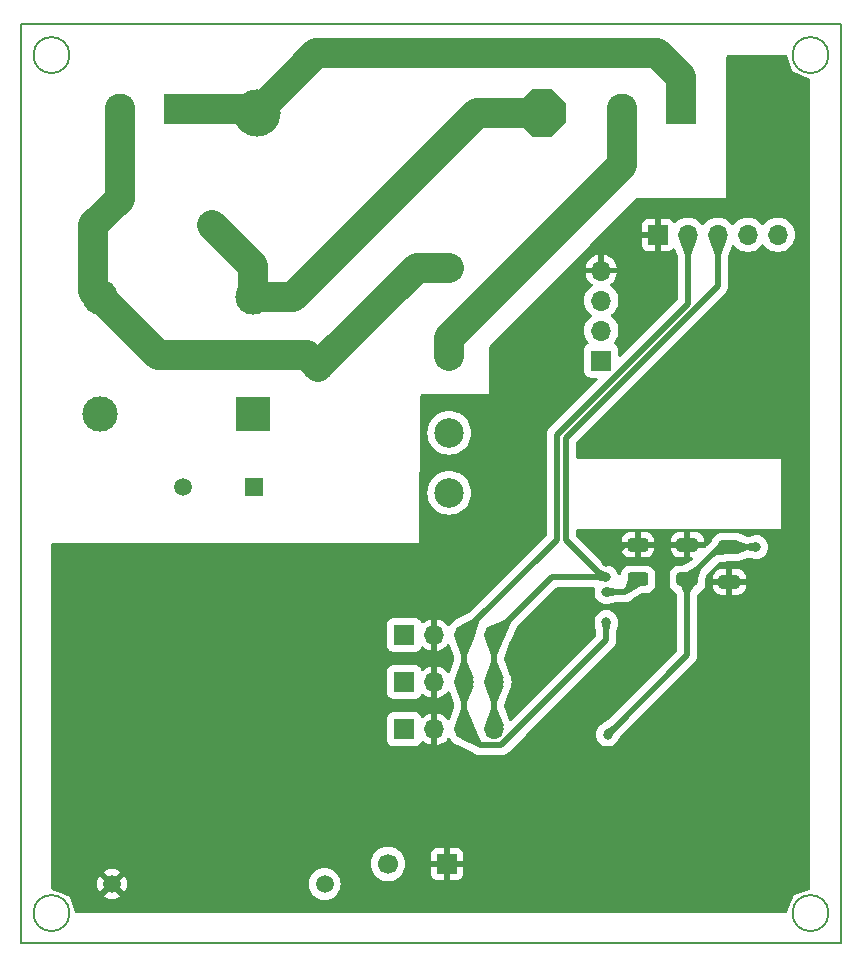
<source format=gbl>
%TF.GenerationSoftware,KiCad,Pcbnew,7.0.2-6a45011f42~172~ubuntu22.10.1*%
%TF.CreationDate,2023-08-16T11:39:27+05:00*%
%TF.ProjectId,IOTV,494f5456-2e6b-4696-9361-645f70636258,3*%
%TF.SameCoordinates,Original*%
%TF.FileFunction,Copper,L2,Bot*%
%TF.FilePolarity,Positive*%
%FSLAX46Y46*%
G04 Gerber Fmt 4.6, Leading zero omitted, Abs format (unit mm)*
G04 Created by KiCad (PCBNEW 7.0.2-6a45011f42~172~ubuntu22.10.1) date 2023-08-16 11:39:27*
%MOMM*%
%LPD*%
G01*
G04 APERTURE LIST*
G04 Aperture macros list*
%AMRoundRect*
0 Rectangle with rounded corners*
0 $1 Rounding radius*
0 $2 $3 $4 $5 $6 $7 $8 $9 X,Y pos of 4 corners*
0 Add a 4 corners polygon primitive as box body*
4,1,4,$2,$3,$4,$5,$6,$7,$8,$9,$2,$3,0*
0 Add four circle primitives for the rounded corners*
1,1,$1+$1,$2,$3*
1,1,$1+$1,$4,$5*
1,1,$1+$1,$6,$7*
1,1,$1+$1,$8,$9*
0 Add four rect primitives between the rounded corners*
20,1,$1+$1,$2,$3,$4,$5,0*
20,1,$1+$1,$4,$5,$6,$7,0*
20,1,$1+$1,$6,$7,$8,$9,0*
20,1,$1+$1,$8,$9,$2,$3,0*%
%AMFreePoly0*
4,1,18,0.843072,1.985355,1.985355,0.843072,2.000000,0.807717,2.000000,-0.807717,1.985355,-0.843072,0.843072,-1.985355,0.807717,-2.000000,0.000000,-2.000000,-0.807717,-2.000000,-0.843072,-1.985354,-1.985355,-0.843072,-2.000000,-0.807717,-2.000000,0.807717,-1.985354,0.843072,-0.843072,1.985355,-0.807717,2.000000,0.807717,2.000000,0.843072,1.985355,0.843072,1.985355,$1*%
G04 Aperture macros list end*
%TA.AperFunction,ComponentPad*%
%ADD10C,2.000000*%
%TD*%
%TA.AperFunction,ComponentPad*%
%ADD11R,1.700000X1.700000*%
%TD*%
%TA.AperFunction,ComponentPad*%
%ADD12O,1.700000X1.700000*%
%TD*%
%TA.AperFunction,ComponentPad*%
%ADD13C,2.500000*%
%TD*%
%TA.AperFunction,ComponentPad*%
%ADD14C,4.000000*%
%TD*%
%TA.AperFunction,ComponentPad*%
%ADD15FreePoly0,0.000000*%
%TD*%
%TA.AperFunction,ComponentPad*%
%ADD16R,1.500000X1.500000*%
%TD*%
%TA.AperFunction,ComponentPad*%
%ADD17C,1.500000*%
%TD*%
%TA.AperFunction,ComponentPad*%
%ADD18R,2.600000X2.600000*%
%TD*%
%TA.AperFunction,ComponentPad*%
%ADD19C,2.600000*%
%TD*%
%TA.AperFunction,ComponentPad*%
%ADD20C,1.700000*%
%TD*%
%TA.AperFunction,ComponentPad*%
%ADD21R,3.000000X3.000000*%
%TD*%
%TA.AperFunction,ComponentPad*%
%ADD22C,3.000000*%
%TD*%
%TA.AperFunction,SMDPad,CuDef*%
%ADD23RoundRect,0.250000X0.650000X-0.325000X0.650000X0.325000X-0.650000X0.325000X-0.650000X-0.325000X0*%
%TD*%
%TA.AperFunction,SMDPad,CuDef*%
%ADD24RoundRect,0.250000X-0.625000X0.312500X-0.625000X-0.312500X0.625000X-0.312500X0.625000X0.312500X0*%
%TD*%
%TA.AperFunction,SMDPad,CuDef*%
%ADD25RoundRect,0.250000X-0.650000X0.325000X-0.650000X-0.325000X0.650000X-0.325000X0.650000X0.325000X0*%
%TD*%
%TA.AperFunction,ViaPad*%
%ADD26C,0.800000*%
%TD*%
%TA.AperFunction,Conductor*%
%ADD27C,0.500000*%
%TD*%
%TA.AperFunction,Conductor*%
%ADD28C,2.500000*%
%TD*%
%TA.AperFunction,Profile*%
%ADD29C,0.150000*%
%TD*%
G04 APERTURE END LIST*
D10*
%TO.P,C5,1*%
%TO.N,~220*%
X117694000Y-67998000D03*
%TO.P,C5,2*%
%TO.N,SSD-1*%
X107694000Y-67998000D03*
%TD*%
D11*
%TO.P,J8,1,Pin_1*%
%TO.N,GND*%
X150693000Y-79454000D03*
D12*
%TO.P,J8,2,Pin_2*%
%TO.N,U0TX*%
X150693000Y-76914000D03*
%TO.P,J8,3,Pin_3*%
%TO.N,U0RX*%
X150693000Y-74374000D03*
%TO.P,J8,4,Pin_4*%
%TO.N,+3.3V*%
X150693000Y-71834000D03*
%TD*%
D11*
%TO.P,J3,1,Pin_1*%
%TO.N,GND*%
X134025000Y-102680000D03*
D12*
%TO.P,J3,2,Pin_2*%
%TO.N,+3.3V*%
X136565000Y-102680000D03*
%TO.P,J3,3,Pin_3*%
%TO.N,SDA*%
X139105000Y-102680000D03*
%TO.P,J3,4,Pin_4*%
%TO.N,SCL*%
X141645000Y-102680000D03*
%TD*%
D13*
%TO.P,U2,11*%
%TO.N,SSD-1*%
X137820400Y-71602600D03*
%TO.P,U2,14*%
%TO.N,SSD-2*%
X137820400Y-79095600D03*
%TO.P,U2,A1*%
%TO.N,GPIO34*%
X137820400Y-85572600D03*
%TO.P,U2,A2*%
%TO.N,GND*%
X137820400Y-90652600D03*
%TD*%
D11*
%TO.P,J5,1,Pin_1*%
%TO.N,GND*%
X134025000Y-110680000D03*
D12*
%TO.P,J5,2,Pin_2*%
%TO.N,+3.3V*%
X136565000Y-110680000D03*
%TO.P,J5,3,Pin_3*%
%TO.N,SDA*%
X139105000Y-110680000D03*
%TO.P,J5,4,Pin_4*%
%TO.N,SCL*%
X141645000Y-110680000D03*
%TD*%
D14*
%TO.P,F1,1*%
%TO.N,Net-(J1-Pin_1)*%
X121506000Y-58513000D03*
D15*
%TO.P,F1,2*%
%TO.N,~220*%
X145636000Y-58513000D03*
%TD*%
D16*
%TO.P,PS1,1,AC1*%
%TO.N,Net-(PS1-AC1)*%
X121265200Y-90170000D03*
D17*
%TO.P,PS1,2,AC2*%
%TO.N,Net-(PS1-AC2)*%
X115265200Y-90170000D03*
%TO.P,PS1,3,-VO*%
%TO.N,GND*%
X127265200Y-123770000D03*
%TO.P,PS1,4,+VO*%
%TO.N,+3.3V*%
X109265200Y-123770000D03*
%TD*%
D18*
%TO.P,J1,1,Pin_1*%
%TO.N,Net-(J1-Pin_1)*%
X114944000Y-58193000D03*
D19*
%TO.P,J1,2,Pin_2*%
%TO.N,SSD-1*%
X109944000Y-58193000D03*
%TD*%
D11*
%TO.P,J4,1,Pin_1*%
%TO.N,GND*%
X134025000Y-106680000D03*
D12*
%TO.P,J4,2,Pin_2*%
%TO.N,+3.3V*%
X136565000Y-106680000D03*
%TO.P,J4,3,Pin_3*%
%TO.N,SDA*%
X139105000Y-106680000D03*
%TO.P,J4,4,Pin_4*%
%TO.N,SCL*%
X141645000Y-106680000D03*
%TD*%
D11*
%TO.P,C6,1*%
%TO.N,+3.3V*%
X137639800Y-122072400D03*
D20*
%TO.P,C6,2*%
%TO.N,GND*%
X132639800Y-122072400D03*
%TD*%
D21*
%TO.P,FL1,1,1*%
%TO.N,Net-(PS1-AC1)*%
X121171000Y-83982750D03*
D22*
%TO.P,FL1,2,2*%
%TO.N,~220*%
X121171000Y-74076750D03*
%TO.P,FL1,3,3*%
%TO.N,SSD-1*%
X108217000Y-74076750D03*
%TO.P,FL1,4,4*%
%TO.N,Net-(PS1-AC2)*%
X108217000Y-83982750D03*
%TD*%
D18*
%TO.P,J2,1,Pin_1*%
%TO.N,Net-(J1-Pin_1)*%
X157444000Y-58193000D03*
D19*
%TO.P,J2,2,Pin_2*%
%TO.N,SSD-2*%
X152444000Y-58193000D03*
%TD*%
D11*
%TO.P,J6,1,Pin_1*%
%TO.N,+3.3V*%
X155480000Y-68810000D03*
D12*
%TO.P,J6,2,Pin_2*%
%TO.N,SDA*%
X158020000Y-68810000D03*
%TO.P,J6,3,Pin_3*%
%TO.N,SCL*%
X160560000Y-68810000D03*
%TO.P,J6,4,Pin_4*%
%TO.N,unconnected-(J6-Pin_4-Pad4)*%
X163100000Y-68810000D03*
%TO.P,J6,5,Pin_5*%
%TO.N,GND*%
X165640000Y-68810000D03*
%TD*%
D10*
%TO.P,RVe1,1*%
%TO.N,~220*%
X128694000Y-69998000D03*
%TO.P,RVe1,2*%
%TO.N,SSD-1*%
X126744000Y-79998000D03*
%TD*%
D23*
%TO.P,C1,1*%
%TO.N,+3.3V*%
X161544000Y-98200000D03*
%TO.P,C1,2*%
%TO.N,GND*%
X161544000Y-95250000D03*
%TD*%
D24*
%TO.P,R1,1*%
%TO.N,+3.3V*%
X153797000Y-95057500D03*
%TO.P,R1,2*%
%TO.N,EN*%
X153797000Y-97982500D03*
%TD*%
D25*
%TO.P,C2,1*%
%TO.N,+3.3V*%
X157988000Y-95045000D03*
%TO.P,C2,2*%
%TO.N,GND*%
X157988000Y-97995000D03*
%TD*%
D26*
%TO.N,GND*%
X163830000Y-95250000D03*
X151231600Y-111125000D03*
%TO.N,+3.3V*%
X151130000Y-96520000D03*
%TO.N,EN*%
X151130000Y-99060000D03*
%TO.N,SDA*%
X151130000Y-101600000D03*
%TO.N,SCL*%
X151130000Y-97790000D03*
%TD*%
D27*
%TO.N,GND*%
X157988000Y-104368600D02*
X151231600Y-111125000D01*
X161544000Y-95250000D02*
X163830000Y-95250000D01*
X161544000Y-95250000D02*
X160733000Y-95250000D01*
X160733000Y-95250000D02*
X157988000Y-97995000D01*
X157988000Y-97995000D02*
X157988000Y-104368600D01*
%TO.N,+3.3V*%
X153797000Y-95057500D02*
X152592500Y-95057500D01*
X152592500Y-95057500D02*
X151130000Y-96520000D01*
D28*
%TO.N,~220*%
X121171000Y-74076750D02*
X121171000Y-71475000D01*
X124615250Y-74076750D02*
X128694000Y-69998000D01*
X140179000Y-58513000D02*
X128694000Y-69998000D01*
X145636000Y-58513000D02*
X140179000Y-58513000D01*
X121171000Y-74076750D02*
X124615250Y-74076750D01*
X121171000Y-71475000D02*
X117694000Y-67998000D01*
D27*
%TO.N,EN*%
X152719500Y-99060000D02*
X151130000Y-99060000D01*
X153797000Y-97982500D02*
X152719500Y-99060000D01*
%TO.N,SDA*%
X139105000Y-110680000D02*
X139105000Y-106680000D01*
X158020000Y-74644000D02*
X158020000Y-68810000D01*
X139105000Y-102680000D02*
X139105000Y-102449000D01*
X142204189Y-112030000D02*
X140455000Y-112030000D01*
X146945000Y-94609000D02*
X146945000Y-85719000D01*
X146945000Y-85719000D02*
X158020000Y-74644000D01*
X151130000Y-101600000D02*
X151130000Y-103104189D01*
X140455000Y-112030000D02*
X139105000Y-110680000D01*
X151130000Y-103104189D02*
X142204189Y-112030000D01*
X139105000Y-102680000D02*
X139105000Y-106680000D01*
X139105000Y-102449000D02*
X146945000Y-94609000D01*
%TO.N,SCL*%
X151130000Y-97790000D02*
X146535000Y-97790000D01*
X141645000Y-110680000D02*
X141645000Y-106680000D01*
X151130000Y-97790000D02*
X150876000Y-97790000D01*
X146535000Y-97790000D02*
X141645000Y-102680000D01*
X150876000Y-97790000D02*
X147695000Y-94609000D01*
X141645000Y-106680000D02*
X141645000Y-102680000D01*
X160560000Y-73164660D02*
X160560000Y-68810000D01*
X147695000Y-86029660D02*
X160560000Y-73164660D01*
X147695000Y-94609000D02*
X147695000Y-86029660D01*
D28*
%TO.N,SSD-1*%
X107694000Y-73553750D02*
X108217000Y-74076750D01*
X109944000Y-58193000D02*
X109944000Y-65748000D01*
X126744000Y-79910400D02*
X135051800Y-71602600D01*
X125744000Y-78998000D02*
X113138250Y-78998000D01*
X126744000Y-79998000D02*
X125744000Y-78998000D01*
X126744000Y-79998000D02*
X126744000Y-79910400D01*
X113138250Y-78998000D02*
X108217000Y-74076750D01*
X107694000Y-67998000D02*
X107694000Y-73553750D01*
X109944000Y-65748000D02*
X107694000Y-67998000D01*
X135051800Y-71602600D02*
X137820400Y-71602600D01*
%TO.N,Net-(J1-Pin_1)*%
X126577000Y-53441600D02*
X121506000Y-58513000D01*
X121186000Y-58193000D02*
X121506000Y-58513000D01*
X157444000Y-55463000D02*
X155423000Y-53441600D01*
X114944000Y-58193000D02*
X121186000Y-58193000D01*
X155423000Y-53441600D02*
X126577000Y-53441600D01*
X157444000Y-58193000D02*
X157444000Y-55463000D01*
%TO.N,SSD-2*%
X137820400Y-79095600D02*
X137820400Y-77520800D01*
X152444000Y-62897200D02*
X152444000Y-58193000D01*
X137820400Y-77520800D02*
X152444000Y-62897200D01*
%TD*%
%TA.AperFunction,Conductor*%
%TO.N,+3.3V*%
G36*
X166313910Y-53597869D02*
G01*
X166380947Y-53617558D01*
X166426699Y-53670365D01*
X166430973Y-53681002D01*
X166654173Y-54320400D01*
X166841276Y-54856394D01*
X166874482Y-54951517D01*
X166874482Y-54951518D01*
X168328335Y-55597280D01*
X168381612Y-55642483D01*
X168401993Y-55709314D01*
X168402000Y-55710604D01*
X168402000Y-124159947D01*
X168382315Y-124226986D01*
X168329511Y-124272741D01*
X168318867Y-124277019D01*
X167048482Y-124720482D01*
X167048481Y-124720482D01*
X166402720Y-126174335D01*
X166357517Y-126227612D01*
X166290686Y-126247993D01*
X166289396Y-126248000D01*
X106230824Y-126248000D01*
X106163785Y-126228315D01*
X106118030Y-126175511D01*
X106113752Y-126164867D01*
X105671518Y-124898000D01*
X105093817Y-124641401D01*
X104213664Y-124250460D01*
X104160387Y-124205257D01*
X104140007Y-124138426D01*
X104140000Y-124137136D01*
X104140000Y-123770000D01*
X108010424Y-123770000D01*
X108029487Y-123987886D01*
X108086098Y-124199161D01*
X108178531Y-124397386D01*
X108222073Y-124459571D01*
X108222075Y-124459572D01*
X108782123Y-123899523D01*
X108805707Y-123979844D01*
X108883439Y-124100798D01*
X108992100Y-124194952D01*
X109122885Y-124254680D01*
X109132666Y-124256086D01*
X108575626Y-124813124D01*
X108575627Y-124813125D01*
X108637810Y-124856666D01*
X108836040Y-124949102D01*
X109047313Y-125005712D01*
X109265200Y-125024775D01*
X109483086Y-125005712D01*
X109694359Y-124949102D01*
X109892585Y-124856667D01*
X109954772Y-124813124D01*
X109397734Y-124256086D01*
X109407515Y-124254680D01*
X109538300Y-124194952D01*
X109646961Y-124100798D01*
X109724693Y-123979844D01*
X109748276Y-123899524D01*
X110308324Y-124459572D01*
X110351867Y-124397385D01*
X110444302Y-124199159D01*
X110500912Y-123987886D01*
X110519975Y-123770000D01*
X110519975Y-123769999D01*
X125909540Y-123769999D01*
X125930136Y-124005407D01*
X125971545Y-124159947D01*
X125991297Y-124233663D01*
X126091165Y-124447830D01*
X126226705Y-124641401D01*
X126393799Y-124808495D01*
X126587370Y-124944035D01*
X126801537Y-125043903D01*
X127029792Y-125105063D01*
X127265200Y-125125659D01*
X127500608Y-125105063D01*
X127728863Y-125043903D01*
X127943030Y-124944035D01*
X128136601Y-124808495D01*
X128303695Y-124641401D01*
X128439235Y-124447830D01*
X128539103Y-124233663D01*
X128600263Y-124005408D01*
X128620859Y-123770000D01*
X128600263Y-123534592D01*
X128539103Y-123306337D01*
X128439235Y-123092171D01*
X128303695Y-122898599D01*
X128136601Y-122731505D01*
X127943030Y-122595965D01*
X127728863Y-122496097D01*
X127667702Y-122479709D01*
X127500607Y-122434936D01*
X127265199Y-122414340D01*
X127029792Y-122434936D01*
X126801536Y-122496097D01*
X126587370Y-122595965D01*
X126393798Y-122731505D01*
X126226705Y-122898598D01*
X126091165Y-123092170D01*
X125991297Y-123306336D01*
X125930136Y-123534592D01*
X125909540Y-123769999D01*
X110519975Y-123769999D01*
X110500912Y-123552113D01*
X110444302Y-123340840D01*
X110351867Y-123142615D01*
X110308323Y-123080428D01*
X109748276Y-123640475D01*
X109724693Y-123560156D01*
X109646961Y-123439202D01*
X109538300Y-123345048D01*
X109407515Y-123285320D01*
X109397734Y-123283913D01*
X109954772Y-122726875D01*
X109954771Y-122726873D01*
X109892586Y-122683331D01*
X109694361Y-122590898D01*
X109483086Y-122534287D01*
X109265200Y-122515224D01*
X109047313Y-122534287D01*
X108836040Y-122590897D01*
X108637811Y-122683333D01*
X108575628Y-122726874D01*
X108575627Y-122726875D01*
X109132666Y-123283913D01*
X109122885Y-123285320D01*
X108992100Y-123345048D01*
X108883439Y-123439202D01*
X108805707Y-123560156D01*
X108782123Y-123640475D01*
X108222075Y-123080427D01*
X108222074Y-123080428D01*
X108178533Y-123142611D01*
X108086097Y-123340840D01*
X108029487Y-123552113D01*
X108010424Y-123770000D01*
X104140000Y-123770000D01*
X104140000Y-122072399D01*
X131184328Y-122072399D01*
X131204179Y-122311958D01*
X131204179Y-122311961D01*
X131204180Y-122311963D01*
X131263190Y-122544991D01*
X131359751Y-122765128D01*
X131491229Y-122966369D01*
X131654036Y-123143225D01*
X131654039Y-123143227D01*
X131843727Y-123290868D01*
X131843729Y-123290869D01*
X131843733Y-123290872D01*
X132055144Y-123405282D01*
X132282503Y-123483334D01*
X132519608Y-123522900D01*
X132519609Y-123522900D01*
X132759991Y-123522900D01*
X132759992Y-123522900D01*
X132997097Y-123483334D01*
X133224456Y-123405282D01*
X133435867Y-123290872D01*
X133625564Y-123143225D01*
X133787866Y-122966918D01*
X136289800Y-122966918D01*
X136290154Y-122973532D01*
X136296200Y-123029771D01*
X136346447Y-123164489D01*
X136432611Y-123279588D01*
X136547710Y-123365752D01*
X136682428Y-123415999D01*
X136738667Y-123422045D01*
X136745282Y-123422400D01*
X137389800Y-123422400D01*
X137389800Y-122507901D01*
X137497485Y-122557080D01*
X137604037Y-122572400D01*
X137675563Y-122572400D01*
X137782115Y-122557080D01*
X137889800Y-122507901D01*
X137889800Y-123422400D01*
X138534318Y-123422400D01*
X138540932Y-123422045D01*
X138597171Y-123415999D01*
X138731889Y-123365752D01*
X138846988Y-123279588D01*
X138933152Y-123164489D01*
X138983399Y-123029771D01*
X138989445Y-122973532D01*
X138989800Y-122966918D01*
X138989800Y-122322400D01*
X138073486Y-122322400D01*
X138099293Y-122282244D01*
X138139800Y-122144289D01*
X138139800Y-122000511D01*
X138099293Y-121862556D01*
X138073486Y-121822400D01*
X138989800Y-121822400D01*
X138989800Y-121177881D01*
X138989445Y-121171267D01*
X138983399Y-121115028D01*
X138933152Y-120980310D01*
X138846988Y-120865211D01*
X138731889Y-120779047D01*
X138597171Y-120728800D01*
X138540932Y-120722754D01*
X138534318Y-120722400D01*
X137889800Y-120722400D01*
X137889800Y-121636898D01*
X137782115Y-121587720D01*
X137675563Y-121572400D01*
X137604037Y-121572400D01*
X137497485Y-121587720D01*
X137389800Y-121636898D01*
X137389800Y-120722400D01*
X136745282Y-120722400D01*
X136738667Y-120722754D01*
X136682428Y-120728800D01*
X136547710Y-120779047D01*
X136432611Y-120865211D01*
X136346447Y-120980310D01*
X136296200Y-121115028D01*
X136290154Y-121171267D01*
X136289800Y-121177881D01*
X136289800Y-121822400D01*
X137206114Y-121822400D01*
X137180307Y-121862556D01*
X137139800Y-122000511D01*
X137139800Y-122144289D01*
X137180307Y-122282244D01*
X137206114Y-122322400D01*
X136289800Y-122322400D01*
X136289800Y-122966918D01*
X133787866Y-122966918D01*
X133788371Y-122966369D01*
X133919849Y-122765128D01*
X134016410Y-122544991D01*
X134075420Y-122311963D01*
X134095271Y-122072400D01*
X134075420Y-121832837D01*
X134016410Y-121599809D01*
X133919849Y-121379672D01*
X133788371Y-121178431D01*
X133625564Y-121001575D01*
X133598243Y-120980310D01*
X133435872Y-120853931D01*
X133435868Y-120853928D01*
X133435867Y-120853928D01*
X133224456Y-120739518D01*
X133224455Y-120739517D01*
X133224452Y-120739516D01*
X132997099Y-120661466D01*
X132839027Y-120635088D01*
X132759992Y-120621900D01*
X132519608Y-120621900D01*
X132460331Y-120631791D01*
X132282500Y-120661466D01*
X132055147Y-120739516D01*
X131843727Y-120853931D01*
X131654039Y-121001572D01*
X131654036Y-121001574D01*
X131654036Y-121001575D01*
X131491229Y-121178431D01*
X131359751Y-121379672D01*
X131263190Y-121599809D01*
X131227284Y-121741602D01*
X131204179Y-121832841D01*
X131184328Y-122072399D01*
X104140000Y-122072399D01*
X104140000Y-111565320D01*
X132574500Y-111565320D01*
X132574501Y-111569360D01*
X132575029Y-111573373D01*
X132575030Y-111573384D01*
X132589955Y-111686760D01*
X132650464Y-111832841D01*
X132746717Y-111958282D01*
X132825623Y-112018828D01*
X132872159Y-112054536D01*
X133018238Y-112115044D01*
X133135639Y-112130500D01*
X134914360Y-112130499D01*
X135031762Y-112115044D01*
X135177841Y-112054536D01*
X135303282Y-111958282D01*
X135399536Y-111832841D01*
X135448346Y-111715002D01*
X135492185Y-111660600D01*
X135558479Y-111638535D01*
X135626179Y-111655814D01*
X135650587Y-111674775D01*
X135693918Y-111718106D01*
X135887423Y-111853600D01*
X136101509Y-111953430D01*
X136315000Y-112010634D01*
X136315000Y-111115501D01*
X136422685Y-111164680D01*
X136529237Y-111180000D01*
X136600763Y-111180000D01*
X136707315Y-111164680D01*
X136815000Y-111115501D01*
X136815000Y-112010633D01*
X137028490Y-111953430D01*
X137242576Y-111853600D01*
X137436081Y-111718106D01*
X137603109Y-111551078D01*
X137673018Y-111451238D01*
X137727595Y-111407613D01*
X137797093Y-111400419D01*
X137859448Y-111431942D01*
X137878397Y-111454534D01*
X137956429Y-111573969D01*
X138119236Y-111750825D01*
X138119239Y-111750827D01*
X138308927Y-111898468D01*
X138308929Y-111898469D01*
X138308933Y-111898472D01*
X138520344Y-112012882D01*
X138526270Y-112014916D01*
X138543159Y-112022159D01*
X138546574Y-112024229D01*
X138550292Y-112025863D01*
X138550294Y-112025864D01*
X138744065Y-112111023D01*
X139773862Y-112563601D01*
X139811652Y-112589441D01*
X139825598Y-112603387D01*
X139832424Y-112610791D01*
X139866663Y-112651100D01*
X139910681Y-112684561D01*
X139929773Y-112699075D01*
X139932418Y-112701143D01*
X139994336Y-112750914D01*
X140013821Y-112763000D01*
X140013933Y-112763051D01*
X140013936Y-112763054D01*
X140085943Y-112796368D01*
X140088942Y-112797805D01*
X140160095Y-112833094D01*
X140181714Y-112840705D01*
X140181829Y-112840730D01*
X140181833Y-112840732D01*
X140259291Y-112857781D01*
X140262554Y-112858546D01*
X140339613Y-112877711D01*
X140362385Y-112880500D01*
X140362503Y-112880500D01*
X140441773Y-112880500D01*
X140445130Y-112880545D01*
X140524432Y-112882693D01*
X140524433Y-112882692D01*
X140524551Y-112882696D01*
X140547650Y-112880500D01*
X142164583Y-112880500D01*
X142174646Y-112880909D01*
X142178313Y-112881207D01*
X142227356Y-112885201D01*
X142305937Y-112874493D01*
X142309263Y-112874086D01*
X142341772Y-112870551D01*
X142388220Y-112865501D01*
X142410540Y-112860269D01*
X142410652Y-112860227D01*
X142410657Y-112860227D01*
X142485172Y-112832851D01*
X142488222Y-112831777D01*
X142563410Y-112806444D01*
X142563413Y-112806441D01*
X142563529Y-112806403D01*
X142584209Y-112796492D01*
X142584299Y-112796433D01*
X142584305Y-112796432D01*
X142651193Y-112753677D01*
X142653931Y-112751978D01*
X142721925Y-112711070D01*
X142721924Y-112711070D01*
X142722025Y-112711010D01*
X142740088Y-112696889D01*
X142740175Y-112696801D01*
X142740178Y-112696800D01*
X142796280Y-112640696D01*
X142798611Y-112638427D01*
X142856230Y-112583849D01*
X142856231Y-112583847D01*
X142856316Y-112583767D01*
X142871094Y-112565882D01*
X144311976Y-111125000D01*
X150226259Y-111125000D01*
X150245576Y-111321133D01*
X150302785Y-111509726D01*
X150334661Y-111569361D01*
X150395690Y-111683538D01*
X150520717Y-111835883D01*
X150673062Y-111960910D01*
X150846873Y-112053814D01*
X151035468Y-112111024D01*
X151231600Y-112130341D01*
X151427732Y-112111024D01*
X151616327Y-112053814D01*
X151790138Y-111960910D01*
X151942483Y-111835883D01*
X152067510Y-111683538D01*
X152093013Y-111635822D01*
X152100016Y-111624282D01*
X152450818Y-111111570D01*
X152465466Y-111093921D01*
X158561390Y-104997996D01*
X158568770Y-104991192D01*
X158609100Y-104956937D01*
X158657114Y-104893774D01*
X158659131Y-104891193D01*
X158708842Y-104829353D01*
X158708844Y-104829347D01*
X158708916Y-104829259D01*
X158721000Y-104809779D01*
X158721051Y-104809666D01*
X158721054Y-104809664D01*
X158754356Y-104737679D01*
X158755795Y-104734677D01*
X158791037Y-104663621D01*
X158791038Y-104663616D01*
X158791095Y-104663502D01*
X158798706Y-104641883D01*
X158815779Y-104564318D01*
X158816546Y-104561045D01*
X158824303Y-104529858D01*
X158835684Y-104484094D01*
X158835684Y-104484092D01*
X158835711Y-104483984D01*
X158838500Y-104461219D01*
X158838500Y-104381825D01*
X158838545Y-104378468D01*
X158840696Y-104299048D01*
X158838499Y-104275957D01*
X158838499Y-99345741D01*
X158854549Y-99284728D01*
X158870712Y-99256132D01*
X158932233Y-99147285D01*
X158982355Y-99098610D01*
X158985030Y-99097241D01*
X159098753Y-99040842D01*
X159242940Y-98924940D01*
X159358842Y-98780753D01*
X159441037Y-98615021D01*
X159482076Y-98450000D01*
X160144001Y-98450000D01*
X160144001Y-98571829D01*
X160144321Y-98578111D01*
X160154493Y-98677695D01*
X160209642Y-98844122D01*
X160301683Y-98993345D01*
X160425654Y-99117316D01*
X160574877Y-99209357D01*
X160741303Y-99264506D01*
X160840890Y-99274680D01*
X160847168Y-99274999D01*
X161293999Y-99274999D01*
X161294000Y-99274998D01*
X161294000Y-98450000D01*
X161794000Y-98450000D01*
X161794000Y-99274999D01*
X162240829Y-99274999D01*
X162247111Y-99274678D01*
X162346695Y-99264506D01*
X162513122Y-99209357D01*
X162662345Y-99117316D01*
X162786316Y-98993345D01*
X162878357Y-98844122D01*
X162933506Y-98677696D01*
X162943680Y-98578109D01*
X162944000Y-98571831D01*
X162944000Y-98450000D01*
X161794000Y-98450000D01*
X161294000Y-98450000D01*
X160144001Y-98450000D01*
X159482076Y-98450000D01*
X159485683Y-98435495D01*
X159488500Y-98393954D01*
X159488500Y-98049317D01*
X159495821Y-98007345D01*
X159516456Y-97950000D01*
X160144000Y-97950000D01*
X161294000Y-97950000D01*
X161294000Y-97125000D01*
X161794000Y-97125000D01*
X161794000Y-97950000D01*
X162943999Y-97950000D01*
X162943999Y-97828170D01*
X162943678Y-97821888D01*
X162933506Y-97722304D01*
X162878357Y-97555877D01*
X162786316Y-97406654D01*
X162662345Y-97282683D01*
X162513122Y-97190642D01*
X162346696Y-97135493D01*
X162247109Y-97125319D01*
X162240832Y-97125000D01*
X161794000Y-97125000D01*
X161294000Y-97125000D01*
X160847171Y-97125000D01*
X160840888Y-97125321D01*
X160741304Y-97135493D01*
X160574877Y-97190642D01*
X160425654Y-97282683D01*
X160301683Y-97406654D01*
X160209642Y-97555877D01*
X160154493Y-97722303D01*
X160144319Y-97821890D01*
X160144000Y-97828168D01*
X160144000Y-97950000D01*
X159516456Y-97950000D01*
X159664841Y-97537645D01*
X159693832Y-97491955D01*
X160644423Y-96541364D01*
X160705744Y-96507881D01*
X160722345Y-96505431D01*
X161683053Y-96429640D01*
X161684574Y-96429491D01*
X161713101Y-96426514D01*
X161714581Y-96426332D01*
X161728921Y-96425500D01*
X162265856Y-96425500D01*
X162267954Y-96425500D01*
X162309495Y-96422683D01*
X162489021Y-96378037D01*
X162501046Y-96372072D01*
X162523515Y-96363528D01*
X162530070Y-96361741D01*
X163054955Y-96141539D01*
X163124388Y-96133757D01*
X163125765Y-96134007D01*
X163568970Y-96217107D01*
X163582102Y-96220321D01*
X163633868Y-96236024D01*
X163709288Y-96243451D01*
X163712824Y-96243800D01*
X163717924Y-96244409D01*
X163759494Y-96250249D01*
X163761621Y-96250449D01*
X163770359Y-96250297D01*
X163784654Y-96250874D01*
X163830000Y-96255341D01*
X164026132Y-96236024D01*
X164214727Y-96178814D01*
X164388538Y-96085910D01*
X164540883Y-95960883D01*
X164665910Y-95808538D01*
X164758814Y-95634727D01*
X164816024Y-95446132D01*
X164835341Y-95250000D01*
X164816024Y-95053868D01*
X164758814Y-94865273D01*
X164665910Y-94691462D01*
X164540883Y-94539117D01*
X164388538Y-94414090D01*
X164285463Y-94358995D01*
X164214726Y-94321185D01*
X164026133Y-94263976D01*
X163928066Y-94254317D01*
X163830000Y-94244659D01*
X163829999Y-94244659D01*
X163633867Y-94263976D01*
X163582106Y-94279677D01*
X163568963Y-94282892D01*
X163125775Y-94365988D01*
X163056256Y-94358995D01*
X163054954Y-94358457D01*
X162687153Y-94204157D01*
X162530070Y-94138257D01*
X162522919Y-94135773D01*
X162510131Y-94131332D01*
X162495724Y-94125287D01*
X162489019Y-94121962D01*
X162473778Y-94118172D01*
X162463029Y-94114976D01*
X162458055Y-94113249D01*
X162455225Y-94112462D01*
X162451294Y-94111896D01*
X162451274Y-94111892D01*
X162450943Y-94111845D01*
X162438703Y-94109448D01*
X162309495Y-94077316D01*
X162270045Y-94074641D01*
X162270021Y-94074640D01*
X162267954Y-94074500D01*
X160820046Y-94074500D01*
X160817979Y-94074640D01*
X160817954Y-94074641D01*
X160778505Y-94077316D01*
X160598977Y-94121963D01*
X160433248Y-94204157D01*
X160289060Y-94320060D01*
X160173157Y-94464248D01*
X160090961Y-94629980D01*
X160084205Y-94657149D01*
X160052240Y-94714210D01*
X159638665Y-95134348D01*
X159638652Y-95134361D01*
X159637269Y-95135767D01*
X159635972Y-95137264D01*
X159593592Y-95186171D01*
X159587562Y-95192647D01*
X159521528Y-95258681D01*
X159460205Y-95292166D01*
X159433847Y-95295000D01*
X158238000Y-95295000D01*
X158238000Y-96119999D01*
X158357962Y-96119999D01*
X158425001Y-96139684D01*
X158470756Y-96192488D01*
X158480700Y-96261646D01*
X158451675Y-96325202D01*
X158418493Y-96352220D01*
X157876776Y-96655216D01*
X157611266Y-96803722D01*
X157550735Y-96819500D01*
X157264046Y-96819500D01*
X157261979Y-96819640D01*
X157261954Y-96819641D01*
X157222505Y-96822316D01*
X157042977Y-96866963D01*
X156877248Y-96949157D01*
X156733060Y-97065060D01*
X156617157Y-97209248D01*
X156534963Y-97374977D01*
X156490316Y-97554505D01*
X156487641Y-97593954D01*
X156487640Y-97593979D01*
X156487500Y-97596046D01*
X156487500Y-98393954D01*
X156487640Y-98396021D01*
X156487641Y-98396045D01*
X156490316Y-98435494D01*
X156534963Y-98615022D01*
X156583550Y-98712989D01*
X156617158Y-98780753D01*
X156733060Y-98924940D01*
X156877247Y-99040842D01*
X156915874Y-99059999D01*
X156990909Y-99097213D01*
X157042221Y-99144634D01*
X157043763Y-99147285D01*
X157110019Y-99264506D01*
X157121449Y-99284727D01*
X157137500Y-99345743D01*
X157137500Y-103964948D01*
X157117815Y-104031987D01*
X157101181Y-104052629D01*
X151262693Y-109891116D01*
X151245033Y-109905773D01*
X150732315Y-110256580D01*
X150720750Y-110263599D01*
X150673062Y-110289090D01*
X150611756Y-110339401D01*
X150607743Y-110342558D01*
X150575181Y-110367107D01*
X150575139Y-110367140D01*
X150574041Y-110367968D01*
X150572402Y-110369326D01*
X150570025Y-110371786D01*
X150570008Y-110371803D01*
X150566329Y-110375613D01*
X150555809Y-110385316D01*
X150520716Y-110414117D01*
X150395689Y-110566462D01*
X150302785Y-110740273D01*
X150245576Y-110928866D01*
X150226259Y-111125000D01*
X144311976Y-111125000D01*
X151703390Y-103733585D01*
X151710770Y-103726781D01*
X151751100Y-103692526D01*
X151799107Y-103629371D01*
X151801125Y-103626790D01*
X151850842Y-103564943D01*
X151850844Y-103564937D01*
X151850919Y-103564845D01*
X151862999Y-103545369D01*
X151863050Y-103545257D01*
X151863054Y-103545253D01*
X151896371Y-103473236D01*
X151897814Y-103470228D01*
X151933036Y-103399210D01*
X151933037Y-103399205D01*
X151933095Y-103399089D01*
X151940708Y-103377466D01*
X151957779Y-103299907D01*
X151958546Y-103296632D01*
X151973967Y-103234630D01*
X151977684Y-103219684D01*
X151977684Y-103219682D01*
X151977711Y-103219574D01*
X151980500Y-103196808D01*
X151980500Y-103117415D01*
X151980545Y-103114058D01*
X151982696Y-103034637D01*
X151980500Y-103011539D01*
X151980500Y-102494465D01*
X151982624Y-102471614D01*
X152097107Y-101861029D01*
X152100314Y-101847916D01*
X152116024Y-101796132D01*
X152123804Y-101717131D01*
X152124403Y-101712119D01*
X152130249Y-101670505D01*
X152130449Y-101668378D01*
X152130297Y-101659638D01*
X152130874Y-101645345D01*
X152135341Y-101600000D01*
X152116024Y-101403868D01*
X152058814Y-101215273D01*
X151965910Y-101041462D01*
X151840883Y-100889117D01*
X151688538Y-100764090D01*
X151620311Y-100727622D01*
X151514726Y-100671185D01*
X151326133Y-100613976D01*
X151228065Y-100604317D01*
X151130000Y-100594659D01*
X151129999Y-100594659D01*
X150933866Y-100613976D01*
X150745273Y-100671185D01*
X150571463Y-100764089D01*
X150419117Y-100889117D01*
X150294089Y-101041463D01*
X150201185Y-101215273D01*
X150143976Y-101403866D01*
X150124659Y-101600000D01*
X150143976Y-101796132D01*
X150159676Y-101847890D01*
X150162891Y-101861032D01*
X150277376Y-102471616D01*
X150279500Y-102494469D01*
X150279499Y-102700538D01*
X150259814Y-102767577D01*
X150243180Y-102788218D01*
X143101334Y-109930064D01*
X143040011Y-109963549D01*
X142970319Y-109958565D01*
X142914386Y-109916693D01*
X142898104Y-109887376D01*
X142893423Y-109875355D01*
X142503951Y-108875133D01*
X142495500Y-108830140D01*
X142495500Y-108529858D01*
X142503951Y-108484865D01*
X142641936Y-108130500D01*
X142990380Y-107235646D01*
X143002790Y-107197095D01*
X143007262Y-107185299D01*
X143021610Y-107152591D01*
X143080620Y-106919563D01*
X143100471Y-106680000D01*
X143080620Y-106440437D01*
X143021610Y-106207409D01*
X143001286Y-106161075D01*
X142994412Y-106140800D01*
X142990380Y-106124353D01*
X142511225Y-104893814D01*
X142503951Y-104875133D01*
X142495500Y-104830140D01*
X142495500Y-104529858D01*
X142503951Y-104484865D01*
X142513159Y-104461219D01*
X142988869Y-103239522D01*
X142990896Y-103234630D01*
X143043155Y-103115720D01*
X143528602Y-102011134D01*
X143554437Y-101973350D01*
X146850969Y-98676819D01*
X146912293Y-98643334D01*
X146938651Y-98640500D01*
X150044539Y-98640500D01*
X150111578Y-98660185D01*
X150157333Y-98712989D01*
X150167277Y-98782147D01*
X150163200Y-98800495D01*
X150143975Y-98863869D01*
X150124659Y-99059999D01*
X150143976Y-99256133D01*
X150201185Y-99444726D01*
X150201186Y-99444727D01*
X150294090Y-99618538D01*
X150419117Y-99770883D01*
X150571462Y-99895910D01*
X150745273Y-99988814D01*
X150933868Y-100046024D01*
X151130000Y-100065341D01*
X151326132Y-100046024D01*
X151377903Y-100030318D01*
X151391034Y-100027106D01*
X152001610Y-99912624D01*
X152024463Y-99910500D01*
X152679894Y-99910500D01*
X152689957Y-99910909D01*
X152693624Y-99911207D01*
X152742667Y-99915201D01*
X152821248Y-99904493D01*
X152824574Y-99904086D01*
X152857083Y-99900551D01*
X152903531Y-99895501D01*
X152925851Y-99890269D01*
X152925963Y-99890227D01*
X152925968Y-99890227D01*
X153000483Y-99862851D01*
X153003533Y-99861777D01*
X153078721Y-99836444D01*
X153078724Y-99836441D01*
X153078840Y-99836403D01*
X153099520Y-99826492D01*
X153099610Y-99826433D01*
X153099616Y-99826432D01*
X153166504Y-99783677D01*
X153169242Y-99781978D01*
X153237236Y-99741070D01*
X153237235Y-99741070D01*
X153237336Y-99741010D01*
X153255399Y-99726889D01*
X153255486Y-99726801D01*
X153255489Y-99726800D01*
X153311591Y-99670696D01*
X153313923Y-99668426D01*
X153363532Y-99621434D01*
X153387782Y-99603515D01*
X154169722Y-99161550D01*
X154230738Y-99145500D01*
X154493856Y-99145500D01*
X154495954Y-99145500D01*
X154537495Y-99142683D01*
X154717021Y-99098037D01*
X154882753Y-99015842D01*
X155026940Y-98899940D01*
X155142842Y-98755753D01*
X155225037Y-98590021D01*
X155269683Y-98410495D01*
X155272500Y-98368954D01*
X155272500Y-97596046D01*
X155269683Y-97554505D01*
X155225037Y-97374979D01*
X155142842Y-97209247D01*
X155026940Y-97065060D01*
X154882753Y-96949158D01*
X154853801Y-96934799D01*
X154717022Y-96866963D01*
X154537494Y-96822316D01*
X154498045Y-96819641D01*
X154498021Y-96819640D01*
X154495954Y-96819500D01*
X153098046Y-96819500D01*
X153095979Y-96819640D01*
X153095954Y-96819641D01*
X153056505Y-96822316D01*
X152876977Y-96866963D01*
X152711248Y-96949157D01*
X152567060Y-97065060D01*
X152451157Y-97209248D01*
X152414737Y-97282683D01*
X152368963Y-97374979D01*
X152361086Y-97406654D01*
X152333598Y-97517184D01*
X152298315Y-97577491D01*
X152236030Y-97609149D01*
X152166516Y-97602108D01*
X152111844Y-97558602D01*
X152094604Y-97523258D01*
X152058814Y-97405273D01*
X151965910Y-97231462D01*
X151840883Y-97079117D01*
X151688538Y-96954090D01*
X151614970Y-96914767D01*
X151514728Y-96861186D01*
X151490426Y-96853814D01*
X151472167Y-96846653D01*
X151462831Y-96842110D01*
X151403507Y-96822316D01*
X150992438Y-96685160D01*
X150944004Y-96655216D01*
X149596289Y-95307500D01*
X152422001Y-95307500D01*
X152422001Y-95416829D01*
X152422321Y-95423111D01*
X152432493Y-95522695D01*
X152487642Y-95689122D01*
X152579683Y-95838345D01*
X152703654Y-95962316D01*
X152852877Y-96054357D01*
X153019303Y-96109506D01*
X153118890Y-96119680D01*
X153125168Y-96119999D01*
X153546999Y-96119999D01*
X153547000Y-96119998D01*
X153547000Y-95307500D01*
X154047000Y-95307500D01*
X154047000Y-96119999D01*
X154468829Y-96119999D01*
X154475111Y-96119678D01*
X154574695Y-96109506D01*
X154741122Y-96054357D01*
X154890345Y-95962316D01*
X155014316Y-95838345D01*
X155106357Y-95689122D01*
X155161506Y-95522696D01*
X155171680Y-95423109D01*
X155172000Y-95416831D01*
X155172000Y-95307500D01*
X154047000Y-95307500D01*
X153547000Y-95307500D01*
X152422001Y-95307500D01*
X149596289Y-95307500D01*
X149583789Y-95295000D01*
X156588001Y-95295000D01*
X156588001Y-95416829D01*
X156588321Y-95423111D01*
X156598493Y-95522695D01*
X156653642Y-95689122D01*
X156745683Y-95838345D01*
X156869654Y-95962316D01*
X157018877Y-96054357D01*
X157185303Y-96109506D01*
X157284890Y-96119680D01*
X157291168Y-96119999D01*
X157737999Y-96119999D01*
X157737999Y-96119998D01*
X157738000Y-95295000D01*
X156588001Y-95295000D01*
X149583789Y-95295000D01*
X149096289Y-94807500D01*
X152422000Y-94807500D01*
X153547000Y-94807500D01*
X153547000Y-93995000D01*
X154047000Y-93995000D01*
X154047000Y-94807500D01*
X155171999Y-94807500D01*
X155171999Y-94795000D01*
X156588000Y-94795000D01*
X157738000Y-94795000D01*
X157738000Y-93970000D01*
X158238000Y-93970000D01*
X158238000Y-94795000D01*
X159387999Y-94795000D01*
X159387999Y-94673170D01*
X159387678Y-94666888D01*
X159377506Y-94567304D01*
X159322357Y-94400877D01*
X159230316Y-94251654D01*
X159106345Y-94127683D01*
X158957122Y-94035642D01*
X158790696Y-93980493D01*
X158691109Y-93970319D01*
X158684832Y-93970000D01*
X158238000Y-93970000D01*
X157738000Y-93970000D01*
X157291171Y-93970000D01*
X157284888Y-93970321D01*
X157185304Y-93980493D01*
X157018877Y-94035642D01*
X156869654Y-94127683D01*
X156745683Y-94251654D01*
X156653642Y-94400877D01*
X156598493Y-94567303D01*
X156588319Y-94666890D01*
X156588000Y-94673168D01*
X156588000Y-94795000D01*
X155171999Y-94795000D01*
X155171999Y-94698170D01*
X155171678Y-94691888D01*
X155161506Y-94592304D01*
X155106357Y-94425877D01*
X155014316Y-94276654D01*
X154890345Y-94152683D01*
X154741122Y-94060642D01*
X154574696Y-94005493D01*
X154475109Y-93995319D01*
X154468832Y-93995000D01*
X154047000Y-93995000D01*
X153547000Y-93995000D01*
X153125171Y-93995000D01*
X153118888Y-93995321D01*
X153019304Y-94005493D01*
X152852877Y-94060642D01*
X152703654Y-94152683D01*
X152579683Y-94276654D01*
X152487642Y-94425877D01*
X152432493Y-94592303D01*
X152422319Y-94691890D01*
X152422000Y-94698168D01*
X152422000Y-94807500D01*
X149096289Y-94807500D01*
X148581819Y-94293030D01*
X148548334Y-94231707D01*
X148545500Y-94205349D01*
X148545500Y-93834000D01*
X148565185Y-93766961D01*
X148617989Y-93721206D01*
X148669500Y-93710000D01*
X165945000Y-93710000D01*
X165945000Y-87760000D01*
X148669500Y-87760000D01*
X148602461Y-87740315D01*
X148556706Y-87687511D01*
X148545500Y-87636000D01*
X148545500Y-86433310D01*
X148565185Y-86366271D01*
X148581819Y-86345629D01*
X154588143Y-80339305D01*
X161133397Y-73794050D01*
X161140777Y-73787246D01*
X161181100Y-73752997D01*
X161229169Y-73689761D01*
X161231075Y-73687323D01*
X161280841Y-73625414D01*
X161280842Y-73625411D01*
X161280923Y-73625311D01*
X161293000Y-73605840D01*
X161326350Y-73533754D01*
X161327803Y-73530722D01*
X161363088Y-73459577D01*
X161370706Y-73437940D01*
X161370729Y-73437831D01*
X161370732Y-73437827D01*
X161387792Y-73360315D01*
X161388530Y-73357166D01*
X161407684Y-73280155D01*
X161407684Y-73280151D01*
X161407711Y-73280043D01*
X161410500Y-73257279D01*
X161410500Y-73177886D01*
X161410545Y-73174529D01*
X161412696Y-73095108D01*
X161410500Y-73072010D01*
X161410500Y-70659858D01*
X161418951Y-70614865D01*
X161572342Y-70220934D01*
X161754355Y-69753498D01*
X161797022Y-69698172D01*
X161862829Y-69674695D01*
X161930883Y-69690523D01*
X161961131Y-69714508D01*
X162114236Y-69880825D01*
X162114239Y-69880827D01*
X162303927Y-70028468D01*
X162303929Y-70028469D01*
X162303933Y-70028472D01*
X162515344Y-70142882D01*
X162742703Y-70220934D01*
X162979808Y-70260500D01*
X162979809Y-70260500D01*
X163220191Y-70260500D01*
X163220192Y-70260500D01*
X163457297Y-70220934D01*
X163684656Y-70142882D01*
X163896067Y-70028472D01*
X164085764Y-69880825D01*
X164248571Y-69703969D01*
X164266192Y-69676998D01*
X164319337Y-69631642D01*
X164388568Y-69622218D01*
X164451904Y-69651719D01*
X164473807Y-69676996D01*
X164491429Y-69703969D01*
X164654236Y-69880825D01*
X164654239Y-69880827D01*
X164843927Y-70028468D01*
X164843929Y-70028469D01*
X164843933Y-70028472D01*
X165055344Y-70142882D01*
X165282703Y-70220934D01*
X165519808Y-70260500D01*
X165519809Y-70260500D01*
X165760191Y-70260500D01*
X165760192Y-70260500D01*
X165997297Y-70220934D01*
X166224656Y-70142882D01*
X166436067Y-70028472D01*
X166625764Y-69880825D01*
X166788571Y-69703969D01*
X166920049Y-69502728D01*
X167016610Y-69282591D01*
X167075620Y-69049563D01*
X167095471Y-68810000D01*
X167075620Y-68570437D01*
X167016610Y-68337409D01*
X166920049Y-68117272D01*
X166788571Y-67916031D01*
X166625764Y-67739175D01*
X166598443Y-67717910D01*
X166436072Y-67591531D01*
X166436068Y-67591528D01*
X166436067Y-67591528D01*
X166224656Y-67477118D01*
X166224655Y-67477117D01*
X166224652Y-67477116D01*
X165997299Y-67399066D01*
X165839227Y-67372688D01*
X165760192Y-67359500D01*
X165519808Y-67359500D01*
X165460531Y-67369391D01*
X165282700Y-67399066D01*
X165055347Y-67477116D01*
X164843927Y-67591531D01*
X164654239Y-67739172D01*
X164654236Y-67739174D01*
X164654236Y-67739175D01*
X164626468Y-67769338D01*
X164491426Y-67916033D01*
X164473808Y-67943000D01*
X164420662Y-67988357D01*
X164351430Y-67997780D01*
X164288095Y-67968278D01*
X164266192Y-67943000D01*
X164248573Y-67916033D01*
X164230059Y-67895922D01*
X164085764Y-67739175D01*
X164058443Y-67717910D01*
X163896072Y-67591531D01*
X163896068Y-67591528D01*
X163896067Y-67591528D01*
X163684656Y-67477118D01*
X163684655Y-67477117D01*
X163684652Y-67477116D01*
X163457299Y-67399066D01*
X163299227Y-67372688D01*
X163220192Y-67359500D01*
X162979808Y-67359500D01*
X162920531Y-67369391D01*
X162742700Y-67399066D01*
X162515347Y-67477116D01*
X162303927Y-67591531D01*
X162114239Y-67739172D01*
X162114236Y-67739174D01*
X162114236Y-67739175D01*
X162086468Y-67769338D01*
X161951426Y-67916033D01*
X161933808Y-67943000D01*
X161880662Y-67988357D01*
X161811430Y-67997780D01*
X161748095Y-67968278D01*
X161726192Y-67943000D01*
X161708573Y-67916033D01*
X161690059Y-67895922D01*
X161545764Y-67739175D01*
X161518443Y-67717910D01*
X161356072Y-67591531D01*
X161356068Y-67591528D01*
X161356067Y-67591528D01*
X161144656Y-67477118D01*
X161144655Y-67477117D01*
X161144652Y-67477116D01*
X160917299Y-67399066D01*
X160759227Y-67372688D01*
X160680192Y-67359500D01*
X160439808Y-67359500D01*
X160380531Y-67369391D01*
X160202700Y-67399066D01*
X159975347Y-67477116D01*
X159763927Y-67591531D01*
X159574239Y-67739172D01*
X159574236Y-67739174D01*
X159574236Y-67739175D01*
X159546468Y-67769338D01*
X159411426Y-67916033D01*
X159393808Y-67943000D01*
X159340662Y-67988357D01*
X159271430Y-67997780D01*
X159208095Y-67968278D01*
X159186192Y-67943000D01*
X159168573Y-67916033D01*
X159150059Y-67895922D01*
X159005764Y-67739175D01*
X158978443Y-67717910D01*
X158816072Y-67591531D01*
X158816068Y-67591528D01*
X158816067Y-67591528D01*
X158604656Y-67477118D01*
X158604655Y-67477117D01*
X158604652Y-67477116D01*
X158377299Y-67399066D01*
X158219227Y-67372688D01*
X158140192Y-67359500D01*
X157899808Y-67359500D01*
X157840531Y-67369391D01*
X157662700Y-67399066D01*
X157435347Y-67477116D01*
X157223927Y-67591531D01*
X157034238Y-67739172D01*
X156991035Y-67786103D01*
X156931147Y-67822093D01*
X156861309Y-67819992D01*
X156803694Y-67780467D01*
X156783623Y-67745450D01*
X156773351Y-67717910D01*
X156687188Y-67602811D01*
X156572089Y-67516647D01*
X156437371Y-67466400D01*
X156381132Y-67460354D01*
X156374518Y-67460000D01*
X155730000Y-67460000D01*
X155730000Y-68374498D01*
X155622315Y-68325320D01*
X155515763Y-68310000D01*
X155444237Y-68310000D01*
X155337685Y-68325320D01*
X155230000Y-68374498D01*
X155230000Y-67460000D01*
X154585482Y-67460000D01*
X154578867Y-67460354D01*
X154522628Y-67466400D01*
X154387910Y-67516647D01*
X154272811Y-67602811D01*
X154186647Y-67717910D01*
X154136400Y-67852628D01*
X154130354Y-67908867D01*
X154130000Y-67915481D01*
X154130000Y-68560000D01*
X155046314Y-68560000D01*
X155020507Y-68600156D01*
X154980000Y-68738111D01*
X154980000Y-68881889D01*
X155020507Y-69019844D01*
X155046314Y-69060000D01*
X154130000Y-69060000D01*
X154130000Y-69704518D01*
X154130354Y-69711132D01*
X154136400Y-69767371D01*
X154186647Y-69902089D01*
X154272811Y-70017188D01*
X154387910Y-70103352D01*
X154522628Y-70153599D01*
X154578867Y-70159645D01*
X154585482Y-70160000D01*
X155230000Y-70160000D01*
X155230000Y-69245501D01*
X155337685Y-69294680D01*
X155444237Y-69310000D01*
X155515763Y-69310000D01*
X155622315Y-69294680D01*
X155730000Y-69245501D01*
X155730000Y-70160000D01*
X156374518Y-70160000D01*
X156381132Y-70159645D01*
X156437371Y-70153599D01*
X156572089Y-70103352D01*
X156687188Y-70017189D01*
X156712010Y-69984032D01*
X156767944Y-69942161D01*
X156837635Y-69937177D01*
X156898958Y-69970662D01*
X156926826Y-70013350D01*
X157161049Y-70614865D01*
X157169500Y-70659858D01*
X157169500Y-74240349D01*
X157149815Y-74307388D01*
X157133181Y-74328030D01*
X152355180Y-79106031D01*
X152293857Y-79139516D01*
X152224165Y-79134532D01*
X152168232Y-79092660D01*
X152143815Y-79027196D01*
X152143499Y-79018350D01*
X152143499Y-78568694D01*
X152143499Y-78568692D01*
X152143499Y-78564640D01*
X152128044Y-78447238D01*
X152067536Y-78301159D01*
X152014469Y-78232000D01*
X151971282Y-78175717D01*
X151845839Y-78079462D01*
X151825823Y-78071171D01*
X151771420Y-78027330D01*
X151749356Y-77961035D01*
X151766636Y-77893336D01*
X151782048Y-77872628D01*
X151841567Y-77807973D01*
X151841571Y-77807969D01*
X151973049Y-77606728D01*
X152069610Y-77386591D01*
X152128620Y-77153563D01*
X152148471Y-76914000D01*
X152128620Y-76674437D01*
X152069610Y-76441409D01*
X151973049Y-76221272D01*
X151841571Y-76020031D01*
X151678764Y-75843175D01*
X151653265Y-75823329D01*
X151548586Y-75741853D01*
X151507773Y-75685143D01*
X151504098Y-75615370D01*
X151538730Y-75554687D01*
X151548586Y-75546147D01*
X151586955Y-75516282D01*
X151678764Y-75444825D01*
X151841571Y-75267969D01*
X151973049Y-75066728D01*
X152069610Y-74846591D01*
X152128620Y-74613563D01*
X152148471Y-74374000D01*
X152128620Y-74134437D01*
X152069610Y-73901409D01*
X151973049Y-73681272D01*
X151841571Y-73480031D01*
X151678764Y-73303175D01*
X151513480Y-73174529D01*
X151489069Y-73155529D01*
X151479569Y-73150388D01*
X151429979Y-73101167D01*
X151414872Y-73032951D01*
X151439044Y-72967395D01*
X151467464Y-72939759D01*
X151564081Y-72872106D01*
X151731106Y-72705081D01*
X151866600Y-72511576D01*
X151966430Y-72297492D01*
X152023636Y-72084000D01*
X151126686Y-72084000D01*
X151152493Y-72043844D01*
X151193000Y-71905889D01*
X151193000Y-71762111D01*
X151152493Y-71624156D01*
X151126686Y-71584000D01*
X152023636Y-71584000D01*
X152023635Y-71583999D01*
X151966430Y-71370507D01*
X151866599Y-71156421D01*
X151731109Y-70962921D01*
X151564081Y-70795893D01*
X151370576Y-70660399D01*
X151156492Y-70560569D01*
X150943000Y-70503364D01*
X150943000Y-71398498D01*
X150835315Y-71349320D01*
X150728763Y-71334000D01*
X150657237Y-71334000D01*
X150550685Y-71349320D01*
X150443000Y-71398498D01*
X150443000Y-70503364D01*
X150442999Y-70503364D01*
X150229507Y-70560569D01*
X150015421Y-70660400D01*
X149821921Y-70795890D01*
X149654890Y-70962921D01*
X149519400Y-71156421D01*
X149419569Y-71370507D01*
X149362364Y-71583999D01*
X149362364Y-71584000D01*
X150259314Y-71584000D01*
X150233507Y-71624156D01*
X150193000Y-71762111D01*
X150193000Y-71905889D01*
X150233507Y-72043844D01*
X150259314Y-72084000D01*
X149362364Y-72084000D01*
X149419569Y-72297492D01*
X149519399Y-72511576D01*
X149654893Y-72705081D01*
X149821922Y-72872110D01*
X149918535Y-72939760D01*
X149962160Y-72994337D01*
X149969352Y-73063835D01*
X149937830Y-73126190D01*
X149906433Y-73150386D01*
X149896933Y-73155527D01*
X149707239Y-73303172D01*
X149707236Y-73303174D01*
X149707236Y-73303175D01*
X149544429Y-73480031D01*
X149412951Y-73681272D01*
X149412950Y-73681274D01*
X149316391Y-73901407D01*
X149257379Y-74134441D01*
X149237528Y-74374000D01*
X149257379Y-74613558D01*
X149257379Y-74613561D01*
X149257380Y-74613563D01*
X149316390Y-74846591D01*
X149412951Y-75066728D01*
X149544429Y-75267969D01*
X149707236Y-75444825D01*
X149707239Y-75444827D01*
X149837414Y-75546147D01*
X149878227Y-75602857D01*
X149881902Y-75672630D01*
X149847270Y-75733313D01*
X149837414Y-75741853D01*
X149707239Y-75843172D01*
X149544430Y-76020030D01*
X149412950Y-76221274D01*
X149316391Y-76441407D01*
X149257379Y-76674441D01*
X149237528Y-76914000D01*
X149257379Y-77153558D01*
X149257379Y-77153561D01*
X149257380Y-77153563D01*
X149316390Y-77386591D01*
X149412951Y-77606728D01*
X149544429Y-77807969D01*
X149603952Y-77872628D01*
X149634874Y-77935283D01*
X149627014Y-78004709D01*
X149582867Y-78058864D01*
X149560177Y-78071171D01*
X149540160Y-78079462D01*
X149414717Y-78175717D01*
X149318463Y-78301159D01*
X149257956Y-78447237D01*
X149257956Y-78447238D01*
X149242500Y-78564639D01*
X149242500Y-78568691D01*
X149242500Y-78568692D01*
X149242500Y-80339305D01*
X149242500Y-80339320D01*
X149242501Y-80343360D01*
X149243029Y-80347373D01*
X149243030Y-80347384D01*
X149257955Y-80460760D01*
X149318464Y-80606841D01*
X149414717Y-80732282D01*
X149540158Y-80828536D01*
X149540159Y-80828536D01*
X149686238Y-80889044D01*
X149803639Y-80904500D01*
X150257349Y-80904499D01*
X150324387Y-80924183D01*
X150370142Y-80976987D01*
X150380086Y-81046146D01*
X150351061Y-81109702D01*
X150345029Y-81116180D01*
X146371610Y-85089599D01*
X146364208Y-85096424D01*
X146323898Y-85130664D01*
X146275922Y-85193773D01*
X146273859Y-85196412D01*
X146224086Y-85258335D01*
X146211998Y-85277824D01*
X146178644Y-85349916D01*
X146177194Y-85352941D01*
X146141908Y-85424090D01*
X146134293Y-85445719D01*
X146117219Y-85523283D01*
X146116453Y-85526549D01*
X146097289Y-85603610D01*
X146094500Y-85626390D01*
X146094500Y-85705772D01*
X146094455Y-85709129D01*
X146092303Y-85788550D01*
X146094500Y-85811650D01*
X146094500Y-94205348D01*
X146074815Y-94272387D01*
X146058181Y-94293029D01*
X139650123Y-100701086D01*
X139623523Y-100721317D01*
X138490449Y-101362668D01*
X138488606Y-101363775D01*
X138484485Y-101366321D01*
X138478740Y-101369631D01*
X138308932Y-101461528D01*
X138119239Y-101609172D01*
X138119236Y-101609174D01*
X138119236Y-101609175D01*
X138067901Y-101664940D01*
X137956426Y-101786034D01*
X137878401Y-101905460D01*
X137825255Y-101950817D01*
X137756023Y-101960240D01*
X137692688Y-101930738D01*
X137673018Y-101908762D01*
X137603106Y-101808918D01*
X137436081Y-101641893D01*
X137242576Y-101506399D01*
X137028492Y-101406569D01*
X136815000Y-101349364D01*
X136815000Y-102244498D01*
X136707315Y-102195320D01*
X136600763Y-102180000D01*
X136529237Y-102180000D01*
X136422685Y-102195320D01*
X136315000Y-102244498D01*
X136315000Y-101349364D01*
X136314999Y-101349364D01*
X136101507Y-101406569D01*
X135887421Y-101506400D01*
X135693920Y-101641891D01*
X135650587Y-101685224D01*
X135589264Y-101718708D01*
X135519572Y-101713723D01*
X135463639Y-101671851D01*
X135448346Y-101644995D01*
X135399536Y-101527158D01*
X135303282Y-101401717D01*
X135177840Y-101305463D01*
X135031762Y-101244956D01*
X134918380Y-101230029D01*
X134918378Y-101230028D01*
X134914361Y-101229500D01*
X134910307Y-101229500D01*
X133139694Y-101229500D01*
X133139678Y-101229500D01*
X133135640Y-101229501D01*
X133131627Y-101230029D01*
X133131615Y-101230030D01*
X133018239Y-101244955D01*
X132872158Y-101305464D01*
X132746717Y-101401717D01*
X132650463Y-101527159D01*
X132589956Y-101673237D01*
X132575107Y-101786031D01*
X132574500Y-101790639D01*
X132574500Y-101794691D01*
X132574500Y-101794692D01*
X132574500Y-103565305D01*
X132574500Y-103565320D01*
X132574501Y-103569360D01*
X132575029Y-103573373D01*
X132575030Y-103573384D01*
X132589955Y-103686760D01*
X132650464Y-103832841D01*
X132746717Y-103958282D01*
X132822343Y-104016311D01*
X132872159Y-104054536D01*
X133018238Y-104115044D01*
X133135639Y-104130500D01*
X134914360Y-104130499D01*
X135031762Y-104115044D01*
X135177841Y-104054536D01*
X135303282Y-103958282D01*
X135399536Y-103832841D01*
X135448346Y-103715002D01*
X135492185Y-103660600D01*
X135558479Y-103638535D01*
X135626179Y-103655814D01*
X135650587Y-103674775D01*
X135693918Y-103718106D01*
X135887423Y-103853600D01*
X136101509Y-103953430D01*
X136315000Y-104010634D01*
X136315000Y-103115501D01*
X136422685Y-103164680D01*
X136529237Y-103180000D01*
X136600763Y-103180000D01*
X136707315Y-103164680D01*
X136815000Y-103115501D01*
X136815000Y-104010633D01*
X137028490Y-103953430D01*
X137242576Y-103853600D01*
X137436081Y-103718106D01*
X137603108Y-103551079D01*
X137649626Y-103484645D01*
X137704202Y-103441020D01*
X137773701Y-103433826D01*
X137836056Y-103465348D01*
X137866750Y-103510775D01*
X138078484Y-104054535D01*
X138236841Y-104461219D01*
X138246049Y-104484865D01*
X138254500Y-104529858D01*
X138254500Y-104830140D01*
X138246049Y-104875133D01*
X137866750Y-105849224D01*
X137824082Y-105904552D01*
X137758274Y-105928029D01*
X137690221Y-105912201D01*
X137649626Y-105875355D01*
X137603106Y-105808918D01*
X137436081Y-105641893D01*
X137242576Y-105506399D01*
X137028492Y-105406569D01*
X136815000Y-105349364D01*
X136815000Y-106244498D01*
X136707315Y-106195320D01*
X136600763Y-106180000D01*
X136529237Y-106180000D01*
X136422685Y-106195320D01*
X136315000Y-106244498D01*
X136315000Y-105349364D01*
X136314999Y-105349364D01*
X136101507Y-105406569D01*
X135887421Y-105506400D01*
X135693920Y-105641891D01*
X135650587Y-105685224D01*
X135589264Y-105718708D01*
X135519572Y-105713723D01*
X135463639Y-105671851D01*
X135448346Y-105644995D01*
X135399536Y-105527158D01*
X135303282Y-105401717D01*
X135177840Y-105305463D01*
X135031762Y-105244956D01*
X134918380Y-105230029D01*
X134918378Y-105230028D01*
X134914361Y-105229500D01*
X134910307Y-105229500D01*
X133139694Y-105229500D01*
X133139678Y-105229500D01*
X133135640Y-105229501D01*
X133131627Y-105230029D01*
X133131615Y-105230030D01*
X133018239Y-105244955D01*
X132872158Y-105305464D01*
X132746717Y-105401717D01*
X132650463Y-105527159D01*
X132589956Y-105673237D01*
X132584745Y-105712823D01*
X132574500Y-105790639D01*
X132574500Y-105794691D01*
X132574500Y-105794692D01*
X132574500Y-107565305D01*
X132574500Y-107565320D01*
X132574501Y-107569360D01*
X132575029Y-107573373D01*
X132575030Y-107573384D01*
X132589955Y-107686760D01*
X132650464Y-107832841D01*
X132746717Y-107958282D01*
X132872158Y-108054535D01*
X132872159Y-108054536D01*
X133018238Y-108115044D01*
X133135639Y-108130500D01*
X134914360Y-108130499D01*
X135031762Y-108115044D01*
X135177841Y-108054536D01*
X135303282Y-107958282D01*
X135399536Y-107832841D01*
X135448346Y-107715002D01*
X135492185Y-107660600D01*
X135558479Y-107638535D01*
X135626179Y-107655814D01*
X135650587Y-107674775D01*
X135693918Y-107718106D01*
X135887423Y-107853600D01*
X136101509Y-107953430D01*
X136315000Y-108010634D01*
X136315000Y-107115501D01*
X136422685Y-107164680D01*
X136529237Y-107180000D01*
X136600763Y-107180000D01*
X136707315Y-107164680D01*
X136815000Y-107115501D01*
X136815000Y-108010633D01*
X137028490Y-107953430D01*
X137242576Y-107853600D01*
X137436081Y-107718106D01*
X137603108Y-107551079D01*
X137649626Y-107484645D01*
X137704202Y-107441020D01*
X137773701Y-107433826D01*
X137836056Y-107465348D01*
X137866750Y-107510775D01*
X138246049Y-108484865D01*
X138254500Y-108529858D01*
X138254500Y-108830140D01*
X138246049Y-108875133D01*
X137866750Y-109849224D01*
X137824082Y-109904552D01*
X137758274Y-109928029D01*
X137690221Y-109912201D01*
X137649626Y-109875355D01*
X137603106Y-109808918D01*
X137436081Y-109641893D01*
X137242576Y-109506399D01*
X137028492Y-109406569D01*
X136815000Y-109349364D01*
X136815000Y-110244498D01*
X136707315Y-110195320D01*
X136600763Y-110180000D01*
X136529237Y-110180000D01*
X136422685Y-110195320D01*
X136315000Y-110244498D01*
X136315000Y-109349364D01*
X136314999Y-109349364D01*
X136101507Y-109406569D01*
X135887421Y-109506400D01*
X135693920Y-109641891D01*
X135650587Y-109685224D01*
X135589264Y-109718708D01*
X135519572Y-109713723D01*
X135463639Y-109671851D01*
X135448346Y-109644995D01*
X135399536Y-109527158D01*
X135303282Y-109401717D01*
X135177840Y-109305463D01*
X135031762Y-109244956D01*
X134918380Y-109230029D01*
X134918378Y-109230028D01*
X134914361Y-109229500D01*
X134910307Y-109229500D01*
X133139694Y-109229500D01*
X133139678Y-109229500D01*
X133135640Y-109229501D01*
X133131627Y-109230029D01*
X133131615Y-109230030D01*
X133018239Y-109244955D01*
X132872158Y-109305464D01*
X132746717Y-109401717D01*
X132650463Y-109527159D01*
X132589956Y-109673237D01*
X132584745Y-109712823D01*
X132574500Y-109790639D01*
X132574500Y-109794691D01*
X132574500Y-109794692D01*
X132574500Y-111565305D01*
X132574500Y-111565320D01*
X104140000Y-111565320D01*
X104140000Y-94993000D01*
X104159685Y-94925961D01*
X104212489Y-94880206D01*
X104264000Y-94869000D01*
X135255000Y-94869000D01*
X135297590Y-90652600D01*
X135965172Y-90652600D01*
X135984057Y-90916627D01*
X136040321Y-91175273D01*
X136040323Y-91175278D01*
X136132826Y-91423289D01*
X136132828Y-91423292D01*
X136259682Y-91655609D01*
X136338998Y-91761563D01*
X136418313Y-91867515D01*
X136605485Y-92054687D01*
X136764413Y-92173658D01*
X136817390Y-92213317D01*
X136900445Y-92258668D01*
X137049711Y-92340174D01*
X137297722Y-92432677D01*
X137297725Y-92432677D01*
X137297726Y-92432678D01*
X137346067Y-92443193D01*
X137556374Y-92488943D01*
X137820400Y-92507827D01*
X138084426Y-92488943D01*
X138343078Y-92432677D01*
X138591089Y-92340174D01*
X138823411Y-92213316D01*
X139035315Y-92054687D01*
X139222487Y-91867515D01*
X139381116Y-91655611D01*
X139507974Y-91423289D01*
X139600477Y-91175278D01*
X139656743Y-90916626D01*
X139675627Y-90652600D01*
X139656743Y-90388574D01*
X139600477Y-90129922D01*
X139507974Y-89881911D01*
X139381116Y-89649589D01*
X139222487Y-89437685D01*
X139035315Y-89250513D01*
X138929363Y-89171198D01*
X138823409Y-89091882D01*
X138657298Y-89001179D01*
X138591089Y-88965026D01*
X138343078Y-88872523D01*
X138343073Y-88872521D01*
X138084427Y-88816257D01*
X137820400Y-88797372D01*
X137556372Y-88816257D01*
X137297726Y-88872521D01*
X137173716Y-88918774D01*
X137049711Y-88965026D01*
X137049708Y-88965027D01*
X137049707Y-88965028D01*
X136817390Y-89091882D01*
X136605482Y-89250515D01*
X136418315Y-89437682D01*
X136259682Y-89649590D01*
X136132828Y-89881907D01*
X136132826Y-89881911D01*
X136086574Y-90005916D01*
X136040321Y-90129926D01*
X135984057Y-90388572D01*
X135965172Y-90652600D01*
X135297590Y-90652600D01*
X135333138Y-87133316D01*
X135348903Y-85572600D01*
X135965172Y-85572600D01*
X135984057Y-85836627D01*
X136040321Y-86095273D01*
X136040323Y-86095278D01*
X136132826Y-86343289D01*
X136132828Y-86343292D01*
X136259682Y-86575609D01*
X136338998Y-86681562D01*
X136418313Y-86787515D01*
X136605485Y-86974687D01*
X136764412Y-87093658D01*
X136817390Y-87133317D01*
X136900445Y-87178668D01*
X137049711Y-87260174D01*
X137297722Y-87352677D01*
X137297725Y-87352677D01*
X137297726Y-87352678D01*
X137346067Y-87363193D01*
X137556374Y-87408943D01*
X137820400Y-87427827D01*
X138084426Y-87408943D01*
X138343078Y-87352677D01*
X138591089Y-87260174D01*
X138823411Y-87133316D01*
X139035315Y-86974687D01*
X139222487Y-86787515D01*
X139381116Y-86575611D01*
X139507974Y-86343289D01*
X139600477Y-86095278D01*
X139656743Y-85836626D01*
X139675627Y-85572600D01*
X139656743Y-85308574D01*
X139600477Y-85049922D01*
X139507974Y-84801911D01*
X139381116Y-84569589D01*
X139222487Y-84357685D01*
X139035315Y-84170513D01*
X138929363Y-84091198D01*
X138823409Y-84011882D01*
X138657298Y-83921179D01*
X138591089Y-83885026D01*
X138343078Y-83792523D01*
X138343073Y-83792521D01*
X138084427Y-83736257D01*
X137820399Y-83717372D01*
X137556372Y-83736257D01*
X137297726Y-83792521D01*
X137173716Y-83838774D01*
X137049711Y-83885026D01*
X137049708Y-83885027D01*
X137049707Y-83885028D01*
X136817390Y-84011882D01*
X136605482Y-84170515D01*
X136418315Y-84357682D01*
X136259682Y-84569590D01*
X136132828Y-84801907D01*
X136132826Y-84801911D01*
X136086574Y-84925916D01*
X136040321Y-85049926D01*
X135984057Y-85308572D01*
X135965172Y-85572600D01*
X135348903Y-85572600D01*
X135380760Y-82418747D01*
X135401121Y-82351910D01*
X135454384Y-82306691D01*
X135504754Y-82296000D01*
X141224000Y-82296000D01*
X141224000Y-78283361D01*
X141243685Y-78216322D01*
X141260314Y-78195685D01*
X149606000Y-69850000D01*
X149775993Y-69674695D01*
X153633465Y-65696678D01*
X153694265Y-65662254D01*
X153722484Y-65659000D01*
X161290000Y-65659000D01*
X161290000Y-53721563D01*
X161309685Y-53654524D01*
X161362489Y-53608769D01*
X161414000Y-53597564D01*
X166313910Y-53597869D01*
G37*
%TD.AperFunction*%
%TD*%
%TA.AperFunction,Conductor*%
%TO.N,GND*%
G36*
X151627375Y-110389404D02*
G01*
X151967195Y-110729224D01*
X151970622Y-110737497D01*
X151968578Y-110744104D01*
X151522383Y-111396237D01*
X151514883Y-111401130D01*
X151506120Y-111399286D01*
X151504475Y-111397924D01*
X151230893Y-111125707D01*
X150958675Y-110852124D01*
X150955269Y-110843843D01*
X150958717Y-110835578D01*
X150960356Y-110834220D01*
X151612495Y-110388020D01*
X151621258Y-110386177D01*
X151627375Y-110389404D01*
G37*
%TD.AperFunction*%
%TD*%
%TA.AperFunction,Conductor*%
%TO.N,GND*%
G36*
X163824942Y-94854435D02*
G01*
X163829835Y-94861935D01*
X163830035Y-94864062D01*
X163831000Y-95250000D01*
X163830035Y-95635937D01*
X163826587Y-95644202D01*
X163818306Y-95647608D01*
X163816179Y-95647408D01*
X163039544Y-95501789D01*
X163032044Y-95496896D01*
X163030000Y-95490289D01*
X163030000Y-95009710D01*
X163033427Y-95001437D01*
X163039542Y-94998210D01*
X163816180Y-94852591D01*
X163824942Y-94854435D01*
G37*
%TD.AperFunction*%
%TD*%
%TA.AperFunction,Conductor*%
%TO.N,GND*%
G36*
X162295827Y-94696612D02*
G01*
X163011826Y-94996990D01*
X163018130Y-95003351D01*
X163019000Y-95007779D01*
X163019000Y-95492220D01*
X163015573Y-95500493D01*
X163011826Y-95503009D01*
X162295828Y-95803386D01*
X162286874Y-95803427D01*
X162284314Y-95801981D01*
X161555602Y-95259383D01*
X161551013Y-95251694D01*
X161553206Y-95243011D01*
X161555595Y-95240621D01*
X162284315Y-94698017D01*
X162292997Y-94695825D01*
X162295827Y-94696612D01*
G37*
%TD.AperFunction*%
%TD*%
%TA.AperFunction,Conductor*%
%TO.N,GND*%
G36*
X160650765Y-94978241D02*
G01*
X161537855Y-95247215D01*
X161544778Y-95252895D01*
X161545975Y-95256340D01*
X161646027Y-95812280D01*
X161644120Y-95821029D01*
X161636584Y-95825867D01*
X161635432Y-95826016D01*
X160419568Y-95921938D01*
X160411051Y-95919172D01*
X160410375Y-95918547D01*
X160068845Y-95577017D01*
X160065418Y-95568744D01*
X160068779Y-95560537D01*
X160639038Y-94981230D01*
X160647283Y-94977739D01*
X160650765Y-94978241D01*
G37*
%TD.AperFunction*%
%TD*%
%TA.AperFunction,Conductor*%
%TO.N,GND*%
G36*
X158799067Y-96842895D02*
G01*
X159141113Y-97184941D01*
X159144540Y-97193214D01*
X159143849Y-97197176D01*
X158890506Y-97901205D01*
X158884480Y-97907829D01*
X158880629Y-97908888D01*
X157995931Y-97994867D01*
X157987365Y-97992257D01*
X157983983Y-97987683D01*
X157753788Y-97429601D01*
X157753801Y-97420647D01*
X157758891Y-97414930D01*
X158785086Y-96840956D01*
X158793976Y-96839909D01*
X158799067Y-96842895D01*
G37*
%TD.AperFunction*%
%TD*%
%TA.AperFunction,Conductor*%
%TO.N,GND*%
G36*
X157996266Y-98002280D02*
G01*
X157996280Y-98002294D01*
X158556722Y-98563711D01*
X158560142Y-98571987D01*
X158558628Y-98577734D01*
X158241359Y-99139057D01*
X158234304Y-99144573D01*
X158231173Y-99145000D01*
X157744827Y-99145000D01*
X157736554Y-99141573D01*
X157734641Y-99139057D01*
X157417371Y-98577734D01*
X157416284Y-98568846D01*
X157419275Y-98563713D01*
X157979720Y-98002293D01*
X157987990Y-97998860D01*
X157996266Y-98002280D01*
G37*
%TD.AperFunction*%
%TD*%
%TA.AperFunction,Conductor*%
%TO.N,EN*%
G36*
X151143817Y-98662590D02*
G01*
X151920457Y-98808210D01*
X151927956Y-98813103D01*
X151930000Y-98819710D01*
X151930000Y-99300289D01*
X151926573Y-99308562D01*
X151920456Y-99311789D01*
X151143820Y-99457408D01*
X151135057Y-99455564D01*
X151130164Y-99448064D01*
X151129964Y-99445946D01*
X151129000Y-99060000D01*
X151129964Y-98674059D01*
X151133412Y-98665797D01*
X151141693Y-98662391D01*
X151143817Y-98662590D01*
G37*
%TD.AperFunction*%
%TD*%
%TA.AperFunction,Conductor*%
%TO.N,EN*%
G36*
X153797665Y-97985238D02*
G01*
X153800997Y-97989770D01*
X154026052Y-98535440D01*
X154026039Y-98544395D01*
X154020993Y-98550087D01*
X153021271Y-99115148D01*
X153012383Y-99116235D01*
X153007241Y-99113235D01*
X152665288Y-98771282D01*
X152661861Y-98763009D01*
X152662594Y-98758933D01*
X152919432Y-98068901D01*
X152925529Y-98062344D01*
X152929326Y-98061332D01*
X153789114Y-97982580D01*
X153797665Y-97985238D01*
G37*
%TD.AperFunction*%
%TD*%
%TA.AperFunction,Conductor*%
%TO.N,SDA*%
G36*
X139355273Y-108983427D02*
G01*
X139357903Y-108987455D01*
X139886146Y-110344058D01*
X139885954Y-110353010D01*
X139879732Y-110359108D01*
X139109489Y-110679134D01*
X139100534Y-110679143D01*
X139100511Y-110679134D01*
X138330267Y-110359108D01*
X138323942Y-110352769D01*
X138323853Y-110344058D01*
X138852097Y-108987455D01*
X138858293Y-108980989D01*
X138863000Y-108980000D01*
X139347000Y-108980000D01*
X139355273Y-108983427D01*
G37*
%TD.AperFunction*%
%TD*%
%TA.AperFunction,Conductor*%
%TO.N,SDA*%
G36*
X139109489Y-106680865D02*
G01*
X139879732Y-107000891D01*
X139886057Y-107007230D01*
X139886146Y-107015941D01*
X139357903Y-108372545D01*
X139351707Y-108379011D01*
X139347000Y-108380000D01*
X138863000Y-108380000D01*
X138854727Y-108376573D01*
X138852097Y-108372545D01*
X138323853Y-107015941D01*
X138324045Y-107006989D01*
X138330266Y-107000891D01*
X139100511Y-106680864D01*
X139109466Y-106680856D01*
X139109489Y-106680865D01*
G37*
%TD.AperFunction*%
%TD*%
%TA.AperFunction,Conductor*%
%TO.N,SDA*%
G36*
X158024489Y-68810865D02*
G01*
X158794732Y-69130891D01*
X158801057Y-69137230D01*
X158801146Y-69145941D01*
X158272903Y-70502545D01*
X158266707Y-70509011D01*
X158262000Y-70510000D01*
X157778000Y-70510000D01*
X157769727Y-70506573D01*
X157767097Y-70502545D01*
X157238853Y-69145941D01*
X157239045Y-69136989D01*
X157245266Y-69130891D01*
X158015511Y-68810864D01*
X158024466Y-68810856D01*
X158024489Y-68810865D01*
G37*
%TD.AperFunction*%
%TD*%
%TA.AperFunction,Conductor*%
%TO.N,SDA*%
G36*
X151515939Y-101599964D02*
G01*
X151524202Y-101603412D01*
X151527608Y-101611693D01*
X151527408Y-101613820D01*
X151381790Y-102390456D01*
X151376897Y-102397956D01*
X151370290Y-102400000D01*
X150889710Y-102400000D01*
X150881437Y-102396573D01*
X150878210Y-102390456D01*
X150732591Y-101613820D01*
X150734435Y-101605057D01*
X150741935Y-101600164D01*
X150744052Y-101599964D01*
X151130000Y-101599000D01*
X151515939Y-101599964D01*
G37*
%TD.AperFunction*%
%TD*%
%TA.AperFunction,Conductor*%
%TO.N,SDA*%
G36*
X139888678Y-110359094D02*
G01*
X139894900Y-110365192D01*
X140480639Y-111697981D01*
X140480831Y-111706933D01*
X140478201Y-111710961D01*
X140135961Y-112053201D01*
X140127688Y-112056628D01*
X140122981Y-112055639D01*
X138790192Y-111469900D01*
X138783996Y-111463434D01*
X138784084Y-111454725D01*
X139102438Y-110683783D01*
X139108759Y-110677448D01*
X139879725Y-110359085D01*
X139888678Y-110359094D01*
G37*
%TD.AperFunction*%
%TD*%
%TA.AperFunction,Conductor*%
%TO.N,SDA*%
G36*
X139109489Y-102680865D02*
G01*
X139879732Y-103000891D01*
X139886057Y-103007230D01*
X139886146Y-103015941D01*
X139357903Y-104372545D01*
X139351707Y-104379011D01*
X139347000Y-104380000D01*
X138863000Y-104380000D01*
X138854727Y-104376573D01*
X138852097Y-104372545D01*
X138323853Y-103015941D01*
X138324045Y-103006989D01*
X138330266Y-103000891D01*
X139100511Y-102680864D01*
X139109466Y-102680856D01*
X139109489Y-102680865D01*
G37*
%TD.AperFunction*%
%TD*%
%TA.AperFunction,Conductor*%
%TO.N,SDA*%
G36*
X139355273Y-104983427D02*
G01*
X139357903Y-104987455D01*
X139886146Y-106344058D01*
X139885954Y-106353010D01*
X139879732Y-106359108D01*
X139109489Y-106679134D01*
X139100534Y-106679143D01*
X139100511Y-106679134D01*
X138330267Y-106359108D01*
X138323942Y-106352769D01*
X138323853Y-106344058D01*
X138852097Y-104987455D01*
X138858293Y-104980989D01*
X138863000Y-104980000D01*
X139347000Y-104980000D01*
X139355273Y-104983427D01*
G37*
%TD.AperFunction*%
%TD*%
%TA.AperFunction,Conductor*%
%TO.N,SDA*%
G36*
X139998123Y-101214908D02*
G01*
X140340363Y-101557148D01*
X140343790Y-101565421D01*
X140343248Y-101568940D01*
X139894133Y-102993118D01*
X139888377Y-102999977D01*
X139879456Y-103000757D01*
X139878509Y-103000413D01*
X139877453Y-102999977D01*
X139108784Y-102682561D01*
X139102447Y-102676238D01*
X138783664Y-101904255D01*
X138783673Y-101895302D01*
X138788713Y-101889611D01*
X139984087Y-101212998D01*
X139992975Y-101211906D01*
X139998123Y-101214908D01*
G37*
%TD.AperFunction*%
%TD*%
%TA.AperFunction,Conductor*%
%TO.N,SCL*%
G36*
X151124942Y-97394435D02*
G01*
X151129835Y-97401935D01*
X151130035Y-97404062D01*
X151131000Y-97790000D01*
X151130035Y-98175937D01*
X151126587Y-98184202D01*
X151118306Y-98187608D01*
X151116179Y-98187408D01*
X150339544Y-98041789D01*
X150332044Y-98036896D01*
X150330000Y-98030289D01*
X150330000Y-97549710D01*
X150333427Y-97541437D01*
X150339542Y-97538210D01*
X151116180Y-97392591D01*
X151124942Y-97394435D01*
G37*
%TD.AperFunction*%
%TD*%
%TA.AperFunction,Conductor*%
%TO.N,SCL*%
G36*
X141895273Y-108983427D02*
G01*
X141897903Y-108987455D01*
X142426146Y-110344058D01*
X142425954Y-110353010D01*
X142419732Y-110359108D01*
X141649489Y-110679134D01*
X141640534Y-110679143D01*
X141640511Y-110679134D01*
X140870267Y-110359108D01*
X140863942Y-110352769D01*
X140863853Y-110344058D01*
X141392097Y-108987455D01*
X141398293Y-108980989D01*
X141403000Y-108980000D01*
X141887000Y-108980000D01*
X141895273Y-108983427D01*
G37*
%TD.AperFunction*%
%TD*%
%TA.AperFunction,Conductor*%
%TO.N,SCL*%
G36*
X141649489Y-106680865D02*
G01*
X142419732Y-107000891D01*
X142426057Y-107007230D01*
X142426146Y-107015941D01*
X141897903Y-108372545D01*
X141891707Y-108379011D01*
X141887000Y-108380000D01*
X141403000Y-108380000D01*
X141394727Y-108376573D01*
X141392097Y-108372545D01*
X140863853Y-107015941D01*
X140864045Y-107006989D01*
X140870266Y-107000891D01*
X141640511Y-106680864D01*
X141649466Y-106680856D01*
X141649489Y-106680865D01*
G37*
%TD.AperFunction*%
%TD*%
%TA.AperFunction,Conductor*%
%TO.N,SCL*%
G36*
X142675961Y-101306798D02*
G01*
X143018201Y-101649038D01*
X143021628Y-101657311D01*
X143020639Y-101662018D01*
X142434900Y-102994807D01*
X142428434Y-103001003D01*
X142419723Y-103000914D01*
X141648785Y-102682562D01*
X141642447Y-102676238D01*
X141324085Y-101905274D01*
X141324094Y-101896321D01*
X141330191Y-101890099D01*
X142662982Y-101304359D01*
X142671933Y-101304168D01*
X142675961Y-101306798D01*
G37*
%TD.AperFunction*%
%TD*%
%TA.AperFunction,Conductor*%
%TO.N,SCL*%
G36*
X150655017Y-97210893D02*
G01*
X151271188Y-97416482D01*
X151277951Y-97422352D01*
X151278584Y-97431284D01*
X151278305Y-97432033D01*
X151131603Y-97788527D01*
X151129035Y-97792369D01*
X150855110Y-98064929D01*
X150846829Y-98068335D01*
X150838917Y-98065227D01*
X150303541Y-97570416D01*
X150299791Y-97562284D01*
X150302890Y-97553883D01*
X150303184Y-97553576D01*
X150643042Y-97213718D01*
X150651314Y-97210292D01*
X150655017Y-97210893D01*
G37*
%TD.AperFunction*%
%TD*%
%TA.AperFunction,Conductor*%
%TO.N,SCL*%
G36*
X141649489Y-102680865D02*
G01*
X142419732Y-103000891D01*
X142426057Y-103007230D01*
X142426146Y-103015941D01*
X141897903Y-104372545D01*
X141891707Y-104379011D01*
X141887000Y-104380000D01*
X141403000Y-104380000D01*
X141394727Y-104376573D01*
X141392097Y-104372545D01*
X140863853Y-103015941D01*
X140864045Y-103006989D01*
X140870266Y-103000891D01*
X141640511Y-102680864D01*
X141649466Y-102680856D01*
X141649489Y-102680865D01*
G37*
%TD.AperFunction*%
%TD*%
%TA.AperFunction,Conductor*%
%TO.N,SCL*%
G36*
X141895273Y-104983427D02*
G01*
X141897903Y-104987455D01*
X142426146Y-106344058D01*
X142425954Y-106353010D01*
X142419732Y-106359108D01*
X141649489Y-106679134D01*
X141640534Y-106679143D01*
X141640511Y-106679134D01*
X140870267Y-106359108D01*
X140863942Y-106352769D01*
X140863853Y-106344058D01*
X141392097Y-104987455D01*
X141398293Y-104980989D01*
X141403000Y-104980000D01*
X141887000Y-104980000D01*
X141895273Y-104983427D01*
G37*
%TD.AperFunction*%
%TD*%
%TA.AperFunction,Conductor*%
%TO.N,SCL*%
G36*
X160564488Y-68810865D02*
G01*
X161334732Y-69130891D01*
X161341057Y-69137230D01*
X161341146Y-69145941D01*
X160812903Y-70502545D01*
X160806707Y-70509011D01*
X160802000Y-70510000D01*
X160318000Y-70510000D01*
X160309727Y-70506573D01*
X160307097Y-70502545D01*
X159778853Y-69145941D01*
X159779045Y-69136989D01*
X159785266Y-69130891D01*
X160555511Y-68810864D01*
X160564465Y-68810856D01*
X160564488Y-68810865D01*
G37*
%TD.AperFunction*%
%TD*%
D29*
X105664000Y-126238000D02*
G75*
G03*
X105664000Y-126238000I-1524000J0D01*
G01*
X101600000Y-50934000D02*
X170976000Y-50934000D01*
X170976000Y-128778000D01*
X101600000Y-128778000D01*
X101600000Y-50934000D01*
X105664000Y-53594000D02*
G75*
G03*
X105664000Y-53594000I-1524000J0D01*
G01*
X169926000Y-126238000D02*
G75*
G03*
X169926000Y-126238000I-1524000J0D01*
G01*
X169926000Y-53594000D02*
G75*
G03*
X169926000Y-53594000I-1524000J0D01*
G01*
M02*

</source>
